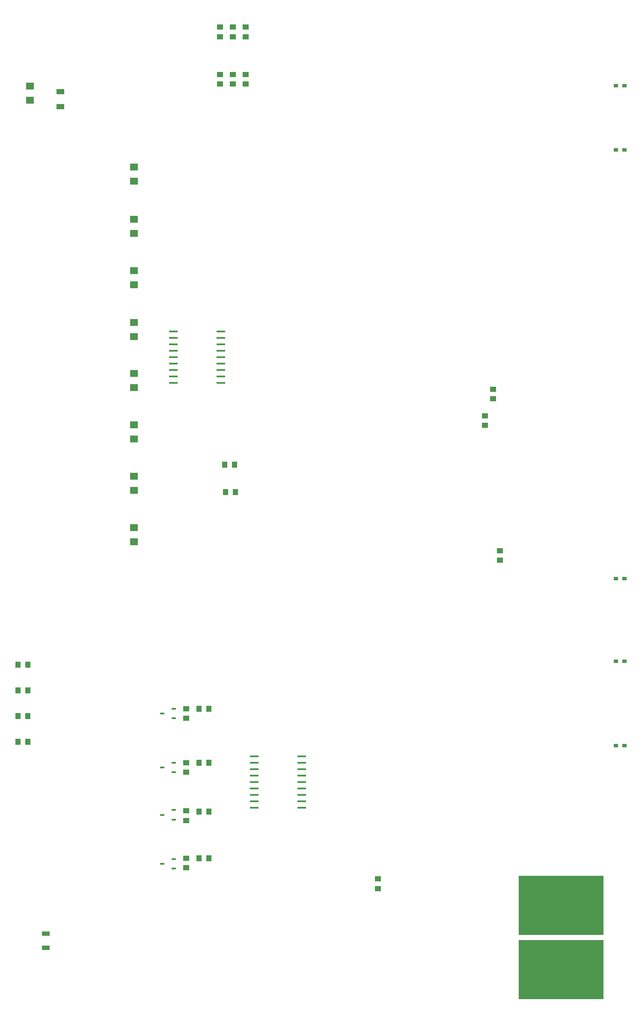
<source format=gbr>
G04 DipTrace 3.3.1.3*
G04 BottomPaste.gbr*
%MOIN*%
G04 #@! TF.FileFunction,Paste,Bot*
G04 #@! TF.Part,Single*
%ADD68R,0.070866X0.015748*%
%ADD71R,0.661417X0.464567*%
%ADD79R,0.062992X0.043307*%
%ADD81R,0.062126X0.032126*%
%ADD85R,0.035433X0.031496*%
%ADD87R,0.033465X0.017717*%
%ADD101R,0.062992X0.055118*%
%ADD109R,0.043307X0.051181*%
%ADD113R,0.051181X0.043307*%
%FSLAX26Y26*%
G04*
G70*
G90*
G75*
G01*
G04 BotPaste*
%LPD*%
D113*
X3743701Y1350147D3*
Y1424950D3*
D101*
X1843701Y6856201D3*
Y6966437D3*
Y6449950D3*
Y6560186D3*
Y6049950D3*
Y6160186D3*
Y5645965D3*
Y5756201D3*
Y5249950D3*
Y5360186D3*
Y4849951D3*
Y4960188D3*
Y4449950D3*
Y4560186D3*
Y4049950D3*
Y4160186D3*
D87*
X2151702Y2749755D3*
Y2674951D3*
X2061151Y2712353D3*
X2151702Y2331004D3*
Y2256201D3*
X2061151Y2293602D3*
X2151702Y1962253D3*
Y1887450D3*
X2061151Y1924852D3*
X2151702Y1581003D3*
Y1506199D3*
X2061151Y1543601D3*
D109*
X939764Y3093701D3*
X1014567D3*
X939764Y2893701D3*
X1014567D3*
X939764Y2693701D3*
X1014567D3*
X939764Y2493701D3*
X1014567D3*
X2631201Y4437450D3*
X2556398D3*
D113*
X2512352Y7612549D3*
Y7687352D3*
X4637450Y5237450D3*
Y5162647D3*
X2612353Y7612549D3*
Y7687352D3*
D109*
X2624950Y4649950D3*
X2550147D3*
D113*
X2712453Y7612451D3*
Y7687255D3*
X4574951Y5031201D3*
Y4956398D3*
X2512451Y8056201D3*
Y7981398D3*
X2612451Y8056201D3*
Y7981398D3*
X2712451Y8056201D3*
Y7981398D3*
D85*
X5662450Y7599951D3*
X5595521D3*
X5662450Y2462451D3*
X5595521D3*
X5662450Y3762450D3*
X5595521D3*
X5661417Y7098425D3*
X5594488D3*
X5662450Y3118701D3*
X5595521D3*
D113*
X4693701Y3981199D3*
Y3906396D3*
D81*
X1156201Y999950D3*
Y889832D3*
D101*
X1031201Y7487450D3*
Y7597686D3*
D79*
X1270276Y7435088D3*
Y7553198D3*
D109*
X2349950Y2749950D3*
X2424753D3*
D113*
X2249951Y2675148D3*
Y2749951D3*
D109*
X2349950Y2331201D3*
X2424753D3*
D113*
X2249951Y2256398D3*
Y2331201D3*
D109*
X2349950Y1949951D3*
X2424753D3*
D113*
X2249951Y1881398D3*
Y1956201D3*
D109*
X2349950Y1587450D3*
X2424753D3*
D113*
X2249951Y1512647D3*
Y1587450D3*
D71*
X5168702Y718701D3*
D68*
X2518701Y5687450D3*
Y5637450D3*
Y5587450D3*
Y5537450D3*
Y5487450D3*
Y5437450D3*
Y5387450D3*
Y5337450D3*
Y5287450D3*
X2148622D3*
Y5337450D3*
Y5387450D3*
Y5437450D3*
Y5487450D3*
Y5537450D3*
Y5587450D3*
Y5637450D3*
Y5687450D3*
D71*
X5168702Y1218701D3*
D68*
X3149951Y2381201D3*
Y2331201D3*
Y2281201D3*
Y2231201D3*
Y2181201D3*
Y2131201D3*
Y2081201D3*
Y2031201D3*
Y1981201D3*
X2779873D3*
Y2031201D3*
Y2081201D3*
Y2131201D3*
Y2181201D3*
Y2231201D3*
Y2281201D3*
Y2331201D3*
Y2381201D3*
M02*

</source>
